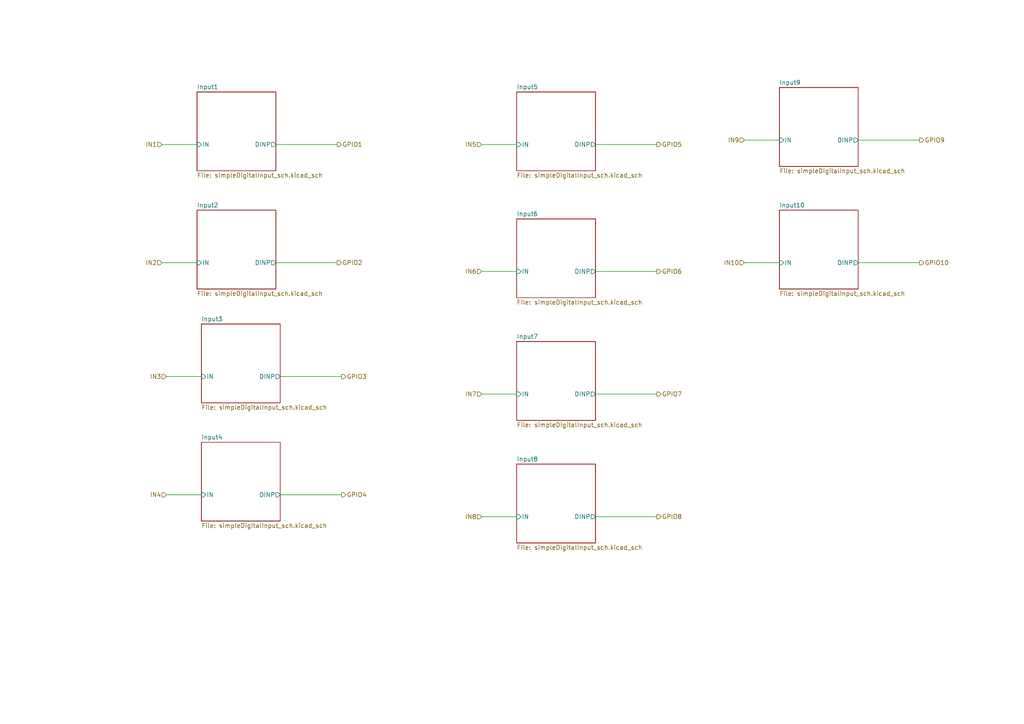
<source format=kicad_sch>
(kicad_sch (version 20211123) (generator eeschema)
  (paper "A4")
  (lib_symbols)
  (wire (pts (xy 172.72 114.3) (xy 190.5 114.3)))
  (wire (pts (xy 139.7 41.91) (xy 149.86 41.91)))
  (wire (pts (xy 48.26 109.22) (xy 58.42 109.22)))
  (wire (pts (xy 139.7 78.74) (xy 149.86 78.74)))
  (wire (pts (xy 215.9 76.2) (xy 226.06 76.2)))
  (wire (pts (xy 80.01 41.91) (xy 97.79 41.91)))
  (wire (pts (xy 139.7 114.3) (xy 149.86 114.3)))
  (wire (pts (xy 248.92 76.2) (xy 266.7 76.2)))
  (wire (pts (xy 172.72 149.86) (xy 190.5 149.86)))
  (wire (pts (xy 215.9 40.64) (xy 226.06 40.64)))
  (wire (pts (xy 81.28 109.22) (xy 99.06 109.22)))
  (wire (pts (xy 139.7 149.86) (xy 149.86 149.86)))
  (wire (pts (xy 46.99 41.91) (xy 57.15 41.91)))
  (wire (pts (xy 248.92 40.64) (xy 266.7 40.64)))
  (wire (pts (xy 172.72 78.74) (xy 190.5 78.74)))
  (wire (pts (xy 46.99 76.2) (xy 57.15 76.2)))
  (wire (pts (xy 172.72 41.91) (xy 190.5 41.91)))
  (wire (pts (xy 80.01 76.2) (xy 97.79 76.2)))
  (wire (pts (xy 48.26 143.51) (xy 58.42 143.51)))
  (wire (pts (xy 81.28 143.51) (xy 99.06 143.51)))
  (hierarchical_label "GPIO1" (shape output) (at 97.79 41.91 0))
  (hierarchical_label "IN10" (shape input) (at 215.9 76.2 180))
  (hierarchical_label "IN2" (shape input) (at 46.99 76.2 180))
  (hierarchical_label "IN3" (shape input) (at 48.26 109.22 180))
  (hierarchical_label "IN4" (shape input) (at 48.26 143.51 180))
  (hierarchical_label "GPIO4" (shape output) (at 99.06 143.51 0))
  (hierarchical_label "IN5" (shape input) (at 139.7 41.91 180))
  (hierarchical_label "IN8" (shape input) (at 139.7 149.86 180))
  (hierarchical_label "GPIO6" (shape output) (at 190.5 78.74 0))
  (hierarchical_label "GPIO5" (shape output) (at 190.5 41.91 0))
  (hierarchical_label "IN9" (shape input) (at 215.9 40.64 180))
  (hierarchical_label "GPIO7" (shape output) (at 190.5 114.3 0))
  (hierarchical_label "IN7" (shape input) (at 139.7 114.3 180))
  (hierarchical_label "IN1" (shape input) (at 46.99 41.91 180))
  (hierarchical_label "GPIO10" (shape output) (at 266.7 76.2 0))
  (hierarchical_label "GPIO3" (shape output) (at 99.06 109.22 0))
  (hierarchical_label "GPIO2" (shape output) (at 97.79 76.2 0))
  (hierarchical_label "IN6" (shape input) (at 139.7 78.74 180))
  (hierarchical_label "GPIO9" (shape output) (at 266.7 40.64 0))
  (hierarchical_label "GPIO8" (shape output) (at 190.5 149.86 0))
  (sheet (at 226.06 60.96) (size 22.86 22.86) (stroke (width 0.1524))
    (property "Sheet name" "Input10" (at 226.06 60.2484 0) (effects (justify left bottom)))
    (property "Sheet file" "simpleDigitalInput_sch.kicad_sch" (at 226.06 84.4046 0) (effects (justify left top)))
    (pin "DINP" output (at 248.92 76.2 0))
    (pin "IN" input (at 226.06 76.2 180))
  )
  (sheet (at 226.06 25.4) (size 22.86 22.86) (stroke (width 0.1524))
    (property "Sheet name" "Input9" (at 226.06 24.6884 0) (effects (justify left bottom)))
    (property "Sheet file" "simpleDigitalInput_sch.kicad_sch" (at 226.06 48.8446 0) (effects (justify left top)))
    (pin "DINP" output (at 248.92 40.64 0))
    (pin "IN" input (at 226.06 40.64 180))
  )
  (sheet (at 57.15 26.67) (size 22.86 22.86) (stroke (width 0.1524))
    (property "Sheet name" "Input1" (at 57.15 25.9584 0) (effects (justify left bottom)))
    (property "Sheet file" "simpleDigitalInput_sch.kicad_sch" (at 57.15 50.1146 0) (effects (justify left top)))
    (pin "DINP" output (at 80.01 41.91 0))
    (pin "IN" input (at 57.15 41.91 180))
  )
  (sheet (at 57.15 60.96) (size 22.86 22.86) (stroke (width 0.1524))
    (property "Sheet name" "Input2" (at 57.15 60.2484 0) (effects (justify left bottom)))
    (property "Sheet file" "simpleDigitalInput_sch.kicad_sch" (at 57.15 84.4046 0) (effects (justify left top)))
    (pin "DINP" output (at 80.01 76.2 0))
    (pin "IN" input (at 57.15 76.2 180))
  )
  (sheet (at 149.86 134.62) (size 22.86 22.86) (stroke (width 0.1524))
    (property "Sheet name" "Input8" (at 149.86 133.9084 0) (effects (justify left bottom)))
    (property "Sheet file" "simpleDigitalInput_sch.kicad_sch" (at 149.86 158.0646 0) (effects (justify left top)))
    (pin "DINP" output (at 172.72 149.86 0))
    (pin "IN" input (at 149.86 149.86 180))
  )
  (sheet (at 149.86 63.5) (size 22.86 22.86) (stroke (width 0.1524))
    (property "Sheet name" "Input6" (at 149.86 62.7884 0) (effects (justify left bottom)))
    (property "Sheet file" "simpleDigitalInput_sch.kicad_sch" (at 149.86 86.9446 0) (effects (justify left top)))
    (pin "DINP" output (at 172.72 78.74 0))
    (pin "IN" input (at 149.86 78.74 180))
  )
  (sheet (at 58.42 128.27) (size 22.86 22.86) (stroke (width 0.1524))
    (property "Sheet name" "Input4" (at 58.42 127.5584 0) (effects (justify left bottom)))
    (property "Sheet file" "simpleDigitalInput_sch.kicad_sch" (at 58.42 151.7146 0) (effects (justify left top)))
    (pin "DINP" output (at 81.28 143.51 0))
    (pin "IN" input (at 58.42 143.51 180))
  )
  (sheet (at 149.86 99.06) (size 22.86 22.86) (stroke (width 0.1524))
    (property "Sheet name" "Input7" (at 149.86 98.3484 0) (effects (justify left bottom)))
    (property "Sheet file" "simpleDigitalInput_sch.kicad_sch" (at 149.86 122.5046 0) (effects (justify left top)))
    (pin "DINP" output (at 172.72 114.3 0))
    (pin "IN" input (at 149.86 114.3 180))
  )
  (sheet (at 58.42 93.98) (size 22.86 22.86) (stroke (width 0.1524))
    (property "Sheet name" "Input3" (at 58.42 93.2684 0) (effects (justify left bottom)))
    (property "Sheet file" "simpleDigitalInput_sch.kicad_sch" (at 58.42 117.4246 0) (effects (justify left top)))
    (pin "DINP" output (at 81.28 109.22 0))
    (pin "IN" input (at 58.42 109.22 180))
  )
  (sheet (at 149.86 26.67) (size 22.86 22.86) (stroke (width 0.1524))
    (property "Sheet name" "Input5" (at 149.86 25.9584 0) (effects (justify left bottom)))
    (property "Sheet file" "simpleDigitalInput_sch.kicad_sch" (at 149.86 50.1146 0) (effects (justify left top)))
    (pin "DINP" output (at 172.72 41.91 0))
    (pin "IN" input (at 149.86 41.91 180))
  )
)
</source>
